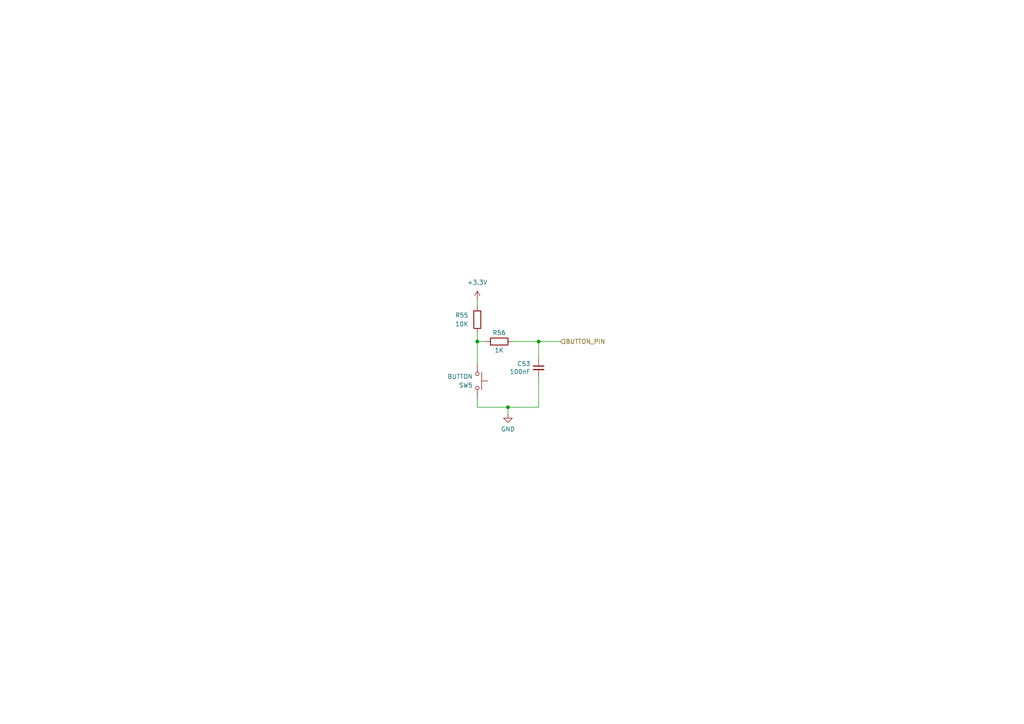
<source format=kicad_sch>
(kicad_sch (version 20231120) (generator "eeschema") (generator_version "8.0")
  (paper "A4")
  (lib_symbols
    (symbol "Device:C_Small" (pin_numbers hide) (pin_names (offset 0.254) hide)
      (property "Reference" "C" (at 0.254 1.778 0))
      (property "Value" "C_Small" (at 0.254 -2.032 0))
      (symbol "C_Small_0_1"
        (polyline (pts (xy -1.524 -0.508) (xy 1.524 -0.508)) (stroke (width 0.3302)))
        (polyline (pts (xy -1.524 0.508) (xy 1.524 0.508)) (stroke (width 0.3048)))
      )
      (symbol "C_Small_1_1"
        (pin passive line (at 0 2.54 270) (length 2.032) (name "~") (number "1"))
        (pin passive line (at 0 -2.54 90) (length 2.032) (name "~") (number "2"))
      )
    )
    (symbol "Device:R" (pin_numbers hide) (pin_names (offset 0))
      (property "Reference" "R" (at 2.032 0 90))
      (property "Value" "R" (at 0 0 90))
      (symbol "R_0_1"
        (rectangle (start -1.016 -2.54) (end 1.016 2.54) (stroke (width 0.254)))
      )
      (symbol "R_1_1"
        (pin passive line (at 0 3.81 270) (length 1.27) (name "~") (number "1"))
        (pin passive line (at 0 -3.81 90) (length 1.27) (name "~") (number "2"))
      )
    )
    (symbol "Switch:SW_Push" (pin_numbers hide) (pin_names (offset 1.016) hide)
      (property "Reference" "SW" (at 1.27 2.54 0))
      (property "Value" "SW_Push" (at 0 -1.524 0))
      (symbol "SW_Push_0_1"
        (circle (center -2.032 0) (radius 0.508))
        (polyline (pts (xy 0 1.27) (xy 0 3.048)))
        (polyline (pts (xy 2.54 1.27) (xy -2.54 1.27)))
        (circle (center 2.032 0) (radius 0.508))
        (pin passive line (at -5.08 0 0) (length 2.54) (name "1") (number "1"))
        (pin passive line (at 5.08 0 180) (length 2.54) (name "2") (number "2"))
      )
    )
    (symbol "power:+3.3V" (power) (pin_names (offset 0))
      (property "Value" "+3.3V" (at 0 3.556 0))
      (symbol "+3.3V_0_1"
        (polyline (pts (xy -0.762 1.27) (xy 0 2.54)))
        (polyline (pts (xy 0 0) (xy 0 2.54)))
        (polyline (pts (xy 0 2.54) (xy 0.762 1.27)))
      )
      (symbol "+3.3V_1_1"
        (pin power_in line (at 0 0 90) (length 0) hide (name "+3.3V") (number "1"))
      )
    )
    (symbol "power:GND" (power) (pin_names (offset 0))
      (property "Value" "GND" (at 0 -3.81 0))
      (symbol "GND_0_1"
        (polyline (pts (xy 0 0) (xy 0 -1.27) (xy 1.27 -1.27) (xy 0 -2.54) (xy -1.27 -1.27) (xy 0 -1.27)))
      )
      (symbol "GND_1_1"
        (pin power_in line (at 0 0 270) (length 0) hide (name "GND") (number "1"))
      )
    )
  )
  (junction (at 147.32 118.11))
  (junction (at 138.43 99.06))
  (junction (at 156.21 99.06))
  (wire (pts (xy 138.43 86.995) (xy 138.43 88.9)))
  (wire (pts (xy 138.43 99.06) (xy 138.43 105.41)))
  (wire (pts (xy 156.21 99.06) (xy 156.21 104.14)))
  (wire (pts (xy 140.97 99.06) (xy 138.43 99.06)))
  (wire (pts (xy 147.32 118.11) (xy 147.32 120.015)))
  (wire (pts (xy 138.43 96.52) (xy 138.43 99.06)))
  (wire (pts (xy 138.43 118.11) (xy 138.43 115.57)))
  (wire (pts (xy 156.21 99.06) (xy 162.56 99.06)))
  (wire (pts (xy 156.21 109.22) (xy 156.21 118.11)))
  (wire (pts (xy 148.59 99.06) (xy 156.21 99.06)))
  (wire (pts (xy 147.32 118.11) (xy 156.21 118.11)))
  (wire (pts (xy 138.43 118.11) (xy 147.32 118.11)))
  (hierarchical_label "BUTTON_PIN" (shape input) (at 162.56 99.06 0))
  (symbol (lib_id "Device:R") (at 144.78 99.06 270) (unit 1)
    (property "Reference" "R56" (at 144.78 96.52 90))
    (property "Value" "1K" (at 144.78 101.6 90))
    (property "Footprint" "Resistor_SMD:R_0402_1005Metric" (effects (hide yes)))
    (property "JLCPCB" "C11702" (effects (hide yes)))
    (instances (project "KLST_SHEEP" (path "" (reference "R56") (unit 1))) (project "KLST_PANDA" (path "" (reference "R38") (unit 1))))
  )
  (symbol (lib_id "power:+3.3V") (at 138.43 86.995 0) (unit 1)
    (property "Reference" "#PWR059" (effects (hide yes)))
    (property "Value" "+3.3V" (at 138.43 81.915 0))
  )
  (symbol (lib_id "Device:C_Small") (at 156.21 106.68 0) (mirror y) (unit 1)
    (property "Reference" "C53" (at 153.8732 105.5116 0) (effects (justify left)))
    (property "Value" "100nF" (at 153.8732 107.823 0) (effects (justify left)))
    (property "Footprint" "Capacitor_SMD:C_0402_1005Metric" (effects (hide yes)))
    (property "Description" "16V" (effects (hide yes)))
    (property "JLCPCB" "C1525" (effects (hide yes)))
    (instances (project "KLST_SHEEP" (path "" (reference "C53") (unit 1))) (project "KLST_PANDA" (path "" (reference "C44") (unit 1))))
  )
  (symbol (lib_id "Device:R") (at 138.43 92.71 180) (unit 1)
    (property "Reference" "R55" (at 135.89 91.44 0) (effects (justify left)))
    (property "Value" "10K" (at 135.89 93.98 0) (effects (justify left)))
    (property "Footprint" "Resistor_SMD:R_0402_1005Metric" (effects (hide yes)))
    (property "Description" "62.5mW" (effects (hide yes)))
    (property "JLCPCB" "C25744" (effects (hide yes)))
    (instances (project "KLST_SHEEP" (path "" (reference "R55") (unit 1))) (project "KLST_PANDA" (path "" (reference "R37") (unit 1))))
  )
  (symbol (lib_id "power:GND") (at 147.32 120.015 0) (unit 1)
    (property "Reference" "#PWR060" (effects (hide yes)))
    (property "Value" "GND" (at 147.32 124.46 0))
  )
  (symbol (lib_id "Switch:SW_Push") (at 138.43 110.49 270) (unit 1)
    (property "Reference" "SW5" (at 137.16 111.76 90) (effects (justify right)))
    (property "Value" "BUTTON" (at 137.16 109.22 90) (effects (justify right)))
    (property "Footprint" "Button_Switch_SMD:SW_Push_SPST_NO_Alps_SKRK" (effects (hide yes)))
    (property "JLCPCB" "C115357" (effects (hide yes)))
    (instances (project "KLST_SHEEP" (path "" (reference "SW5") (unit 1))) (project "KLST_PANDA" (path "" (reference "SW6") (unit 1))))
  )
)
</source>
